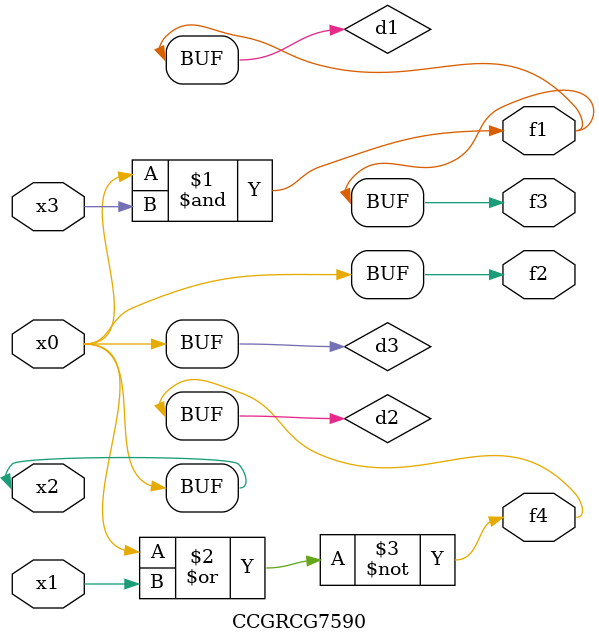
<source format=v>
module CCGRCG7590(
	input x0, x1, x2, x3,
	output f1, f2, f3, f4
);

	wire d1, d2, d3;

	and (d1, x2, x3);
	nor (d2, x0, x1);
	buf (d3, x0, x2);
	assign f1 = d1;
	assign f2 = d3;
	assign f3 = d1;
	assign f4 = d2;
endmodule

</source>
